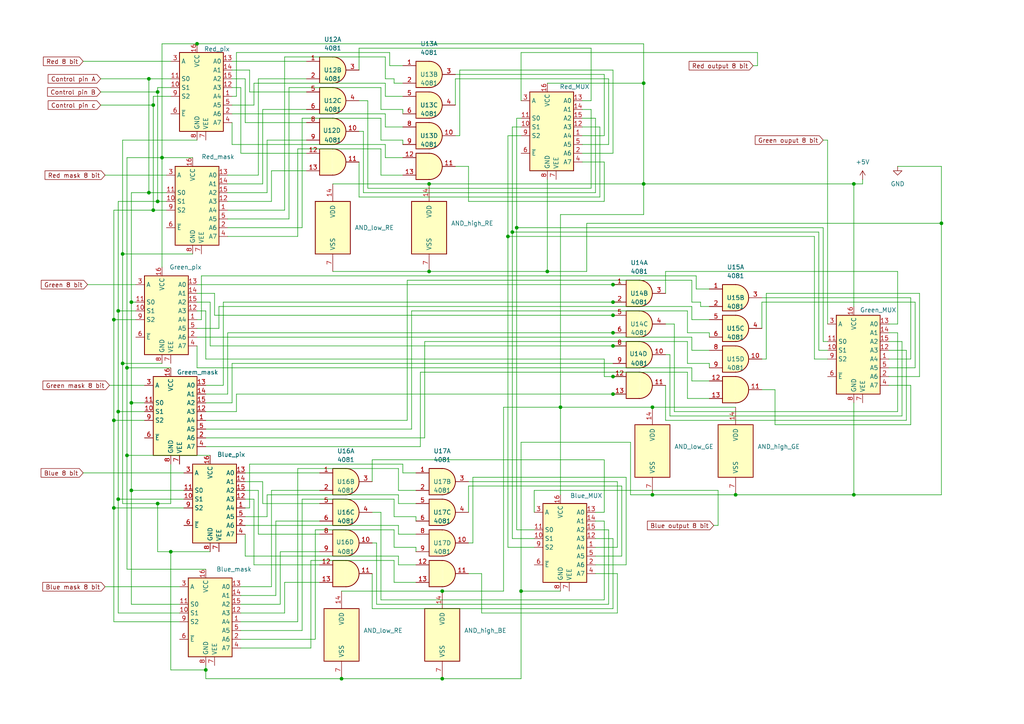
<source format=kicad_sch>
(kicad_sch (version 20250114) (generator "eeschema") (generator_version "9.0")
  (paper "A4")
  (lib_symbols
    (symbol "4xxx:4081" (pin_names (offset 1.016))
      (property "Reference" "U" (at 0 1.27 0))
      (property "Value" "4081" (at 0 -1.27 0))
      (symbol "4081_1_1"
        (arc (start 0 3.81) (mid 3.7934 0) (end 0 -3.81) (stroke (width 0.254)) (fill (type background)))
        (polyline (pts (xy 0 3.81) (xy -3.81 3.81) (xy -3.81 -3.81) (xy 0 -3.81)) (stroke (width 0.254)) (fill (type background)))
        (pin input line (at -7.62 2.54 0) (length 3.81) (name "~") (number "1"))
        (pin input line (at -7.62 -2.54 0) (length 3.81) (name "~") (number "2"))
        (pin output line (at 7.62 0 180) (length 3.81) (name "~") (number "3"))
      )
      (symbol "4081_1_2"
        (arc (start -3.81 3.81) (mid -2.589 0) (end -3.81 -3.81) (stroke (width 0.254)))
        (polyline (pts (xy -3.81 3.81) (xy -0.635 3.81)) (stroke (width 0.254)) (fill (type background)))
        (polyline (pts (xy -3.81 -3.81) (xy -0.635 -3.81)) (stroke (width 0.254)) (fill (type background)))
        (arc (start 3.81 0) (mid 2.1855 -2.584) (end -0.6096 -3.81) (stroke (width 0.254)) (fill (type background)))
        (arc (start -0.6096 3.81) (mid 2.1928 2.5924) (end 3.81 0) (stroke (width 0.254)) (fill (type background)))
        (polyline (pts (xy -0.635 3.81) (xy -3.81 3.81) (xy -3.81 3.81) (xy -3.556 3.4036) (xy -3.0226 2.2606) (xy -2.6924 1.0414) (xy -2.6162 -0.254) (xy -2.7686 -1.4986) (xy -3.175 -2.7178) (xy -3.81 -3.81) (xy -3.81 -3.81) (xy -0.635 -3.81)) (stroke (width -25.4)) (fill (type background)))
        (pin input inverted (at -7.62 2.54 0) (length 4.318) (name "~") (number "1"))
        (pin input inverted (at -7.62 -2.54 0) (length 4.318) (name "~") (number "2"))
        (pin output inverted (at 7.62 0 180) (length 3.81) (name "~") (number "3"))
      )
      (symbol "4081_2_1"
        (arc (start 0 3.81) (mid 3.7934 0) (end 0 -3.81) (stroke (width 0.254)) (fill (type background)))
        (polyline (pts (xy 0 3.81) (xy -3.81 3.81) (xy -3.81 -3.81) (xy 0 -3.81)) (stroke (width 0.254)) (fill (type background)))
        (pin input line (at -7.62 2.54 0) (length 3.81) (name "~") (number "5"))
        (pin input line (at -7.62 -2.54 0) (length 3.81) (name "~") (number "6"))
        (pin output line (at 7.62 0 180) (length 3.81) (name "~") (number "4"))
      )
      (symbol "4081_2_2"
        (arc (start -3.81 3.81) (mid -2.589 0) (end -3.81 -3.81) (stroke (width 0.254)))
        (polyline (pts (xy -3.81 3.81) (xy -0.635 3.81)) (stroke (width 0.254)) (fill (type background)))
        (polyline (pts (xy -3.81 -3.81) (xy -0.635 -3.81)) (stroke (width 0.254)) (fill (type background)))
        (arc (start 3.81 0) (mid 2.1855 -2.584) (end -0.6096 -3.81) (stroke (width 0.254)) (fill (type background)))
        (arc (start -0.6096 3.81) (mid 2.1928 2.5924) (end 3.81 0) (stroke (width 0.254)) (fill (type background)))
        (polyline (pts (xy -0.635 3.81) (xy -3.81 3.81) (xy -3.81 3.81) (xy -3.556 3.4036) (xy -3.0226 2.2606) (xy -2.6924 1.0414) (xy -2.6162 -0.254) (xy -2.7686 -1.4986) (xy -3.175 -2.7178) (xy -3.81 -3.81) (xy -3.81 -3.81) (xy -0.635 -3.81)) (stroke (width -25.4)) (fill (type background)))
        (pin input inverted (at -7.62 2.54 0) (length 4.318) (name "~") (number "5"))
        (pin input inverted (at -7.62 -2.54 0) (length 4.318) (name "~") (number "6"))
        (pin output inverted (at 7.62 0 180) (length 3.81) (name "~") (number "4"))
      )
      (symbol "4081_3_1"
        (arc (start 0 3.81) (mid 3.7934 0) (end 0 -3.81) (stroke (width 0.254)) (fill (type background)))
        (polyline (pts (xy 0 3.81) (xy -3.81 3.81) (xy -3.81 -3.81) (xy 0 -3.81)) (stroke (width 0.254)) (fill (type background)))
        (pin input line (at -7.62 2.54 0) (length 3.81) (name "~") (number "8"))
        (pin input line (at -7.62 -2.54 0) (length 3.81) (name "~") (number "9"))
        (pin output line (at 7.62 0 180) (length 3.81) (name "~") (number "10"))
      )
      (symbol "4081_3_2"
        (arc (start -3.81 3.81) (mid -2.589 0) (end -3.81 -3.81) (stroke (width 0.254)))
        (polyline (pts (xy -3.81 3.81) (xy -0.635 3.81)) (stroke (width 0.254)) (fill (type background)))
        (polyline (pts (xy -3.81 -3.81) (xy -0.635 -3.81)) (stroke (width 0.254)) (fill (type background)))
        (arc (start 3.81 0) (mid 2.1855 -2.584) (end -0.6096 -3.81) (stroke (width 0.254)) (fill (type background)))
        (arc (start -0.6096 3.81) (mid 2.1928 2.5924) (end 3.81 0) (stroke (width 0.254)) (fill (type background)))
        (polyline (pts (xy -0.635 3.81) (xy -3.81 3.81) (xy -3.81 3.81) (xy -3.556 3.4036) (xy -3.0226 2.2606) (xy -2.6924 1.0414) (xy -2.6162 -0.254) (xy -2.7686 -1.4986) (xy -3.175 -2.7178) (xy -3.81 -3.81) (xy -3.81 -3.81) (xy -0.635 -3.81)) (stroke (width -25.4)) (fill (type background)))
        (pin input inverted (at -7.62 2.54 0) (length 4.318) (name "~") (number "8"))
        (pin input inverted (at -7.62 -2.54 0) (length 4.318) (name "~") (number "9"))
        (pin output inverted (at 7.62 0 180) (length 3.81) (name "~") (number "10"))
      )
      (symbol "4081_4_1"
        (arc (start 0 3.81) (mid 3.7934 0) (end 0 -3.81) (stroke (width 0.254)) (fill (type background)))
        (polyline (pts (xy 0 3.81) (xy -3.81 3.81) (xy -3.81 -3.81) (xy 0 -3.81)) (stroke (width 0.254)) (fill (type background)))
        (pin input line (at -7.62 2.54 0) (length 3.81) (name "~") (number "12"))
        (pin input line (at -7.62 -2.54 0) (length 3.81) (name "~") (number "13"))
        (pin output line (at 7.62 0 180) (length 3.81) (name "~") (number "11"))
      )
      (symbol "4081_4_2"
        (arc (start -3.81 3.81) (mid -2.589 0) (end -3.81 -3.81) (stroke (width 0.254)))
        (polyline (pts (xy -3.81 3.81) (xy -0.635 3.81)) (stroke (width 0.254)) (fill (type background)))
        (polyline (pts (xy -3.81 -3.81) (xy -0.635 -3.81)) (stroke (width 0.254)) (fill (type background)))
        (arc (start 3.81 0) (mid 2.1855 -2.584) (end -0.6096 -3.81) (stroke (width 0.254)) (fill (type background)))
        (arc (start -0.6096 3.81) (mid 2.1928 2.5924) (end 3.81 0) (stroke (width 0.254)) (fill (type background)))
        (polyline (pts (xy -0.635 3.81) (xy -3.81 3.81) (xy -3.81 3.81) (xy -3.556 3.4036) (xy -3.0226 2.2606) (xy -2.6924 1.0414) (xy -2.6162 -0.254) (xy -2.7686 -1.4986) (xy -3.175 -2.7178) (xy -3.81 -3.81) (xy -3.81 -3.81) (xy -0.635 -3.81)) (stroke (width -25.4)) (fill (type background)))
        (pin input inverted (at -7.62 2.54 0) (length 4.318) (name "~") (number "12"))
        (pin input inverted (at -7.62 -2.54 0) (length 4.318) (name "~") (number "13"))
        (pin output inverted (at 7.62 0 180) (length 3.81) (name "~") (number "11"))
      )
      (symbol "4081_5_0"
        (pin power_in line (at 0 12.7 270) (length 5.08) (name "VDD") (number "14"))
        (pin power_in line (at 0 -12.7 90) (length 5.08) (name "VSS") (number "7"))
      )
      (symbol "4081_5_1"
        (rectangle (start -5.08 7.62) (end 5.08 -7.62) (stroke (width 0.254)) (fill (type background)))
      )
    )
    (symbol "74xx:74HC4051"
      (property "Reference" "U" (at -5.08 11.43 0))
      (property "Value" "74HC4051" (at -7.62 -13.97 0))
      (symbol "74HC4051_0_1"
        (rectangle (start -5.08 10.16) (end 7.62 -12.7) (stroke (width 0.254)) (fill (type background)))
      )
      (symbol "74HC4051_1_1"
        (pin passive line (at -7.62 7.62 0) (length 2.54) (name "A") (number "3"))
        (pin input line (at -7.62 2.54 0) (length 2.54) (name "S0") (number "11"))
        (pin input line (at -7.62 0 0) (length 2.54) (name "S1") (number "10"))
        (pin input line (at -7.62 -2.54 0) (length 2.54) (name "S2") (number "9"))
        (pin input line (at -7.62 -7.62 0) (length 2.54) (name "~{E}") (number "6"))
        (pin power_in line (at 0 12.7 270) (length 2.54) (name "VCC") (number "16"))
        (pin power_in line (at 0 -15.24 90) (length 2.54) (name "GND") (number "8"))
        (pin power_in line (at 2.54 -15.24 90) (length 2.54) (name "VEE") (number "7"))
        (pin passive line (at 10.16 7.62 180) (length 2.54) (name "A0") (number "13"))
        (pin passive line (at 10.16 5.08 180) (length 2.54) (name "A1") (number "14"))
        (pin passive line (at 10.16 2.54 180) (length 2.54) (name "A2") (number "15"))
        (pin passive line (at 10.16 0 180) (length 2.54) (name "A3") (number "12"))
        (pin passive line (at 10.16 -2.54 180) (length 2.54) (name "A4") (number "1"))
        (pin passive line (at 10.16 -5.08 180) (length 2.54) (name "A5") (number "5"))
        (pin passive line (at 10.16 -7.62 180) (length 2.54) (name "A6") (number "2"))
        (pin passive line (at 10.16 -10.16 180) (length 2.54) (name "A7") (number "4"))
      )
    )
    (symbol "power:+5V" (power) (pin_numbers (hide yes)) (pin_names (offset 0) (hide yes))
      (property "Value" "+5V" (at 0 3.556 0))
      (symbol "+5V_0_1"
        (polyline (pts (xy -0.762 1.27) (xy 0 2.54)))
        (polyline (pts (xy 0 2.54) (xy 0.762 1.27)))
        (polyline (pts (xy 0 0) (xy 0 2.54)))
      )
      (symbol "+5V_1_1"
        (pin power_in line (at 0 0 90) (length 0) (name "~") (number "1"))
      )
    )
    (symbol "power:GND" (power) (pin_numbers (hide yes)) (pin_names (offset 0) (hide yes))
      (property "Value" "GND" (at 0 -3.81 0))
      (symbol "GND_0_1"
        (polyline (pts (xy 0 0) (xy 0 -1.27) (xy 1.27 -1.27) (xy 0 -2.54) (xy -1.27 -1.27) (xy 0 -1.27)))
      )
      (symbol "GND_1_1"
        (pin power_in line (at 0 0 270) (length 0) (name "~") (number "1"))
      )
    )
  )
  (junction (at 177.8 82.55))
  (junction (at 177.8 114.3))
  (junction (at 36.83 132.08))
  (junction (at 43.18 55.88))
  (junction (at 59.69 194.31))
  (junction (at 148.59 67.31))
  (junction (at 45.72 26.67))
  (junction (at 33.02 121.92))
  (junction (at 273.05 64.77))
  (junction (at 34.29 119.38))
  (junction (at 177.8 109.22))
  (junction (at 35.56 73.66))
  (junction (at 124.46 53.34))
  (junction (at 186.69 53.34))
  (junction (at 38.1 142.24))
  (junction (at 46.99 45.72))
  (junction (at 57.15 12.7))
  (junction (at 128.27 171.45))
  (junction (at 44.45 60.96))
  (junction (at 177.8 91.44))
  (junction (at 177.8 87.63))
  (junction (at 189.23 143.51))
  (junction (at 33.02 92.71))
  (junction (at 147.32 68.58))
  (junction (at 247.65 143.51))
  (junction (at 43.18 22.86))
  (junction (at 177.8 100.33))
  (junction (at 247.65 53.34))
  (junction (at 45.72 146.05))
  (junction (at 149.86 66.04))
  (junction (at 33.02 147.32))
  (junction (at 45.72 58.42))
  (junction (at 99.06 196.85))
  (junction (at 158.75 78.74))
  (junction (at 186.69 24.13))
  (junction (at 189.23 118.11))
  (junction (at 36.83 106.68))
  (junction (at 151.13 171.45))
  (junction (at 177.8 96.52))
  (junction (at 124.46 78.74))
  (junction (at 44.45 30.48))
  (junction (at 35.56 105.41))
  (junction (at 38.1 87.63))
  (junction (at 162.56 118.11))
  (junction (at 38.1 116.84))
  (junction (at 213.36 143.51))
  (junction (at 49.53 160.02))
  (junction (at 34.29 144.78))
  (junction (at 34.29 90.17))
  (junction (at 128.27 196.85))
  (wire (pts (xy 199.39 115.57) (xy 205.74 115.57)))
  (wire (pts (xy 186.69 62.23) (xy 162.56 62.23)))
  (wire (pts (xy 177.8 82.55) (xy 180.34 82.55)))
  (wire (pts (xy 158.75 78.74) (xy 170.18 78.74)))
  (wire (pts (xy 72.39 26.67) (xy 72.39 20.32)))
  (wire (pts (xy 175.26 133.35) (xy 175.26 148.59)))
  (wire (pts (xy 67.31 35.56) (xy 67.31 41.91)))
  (wire (pts (xy 34.29 144.78) (xy 34.29 119.38)))
  (wire (pts (xy 104.14 46.99) (xy 104.14 57.15)))
  (wire (pts (xy 236.22 104.14) (xy 236.22 68.58)))
  (wire (pts (xy 106.68 29.21) (xy 106.68 54.61)))
  (wire (pts (xy 111.76 22.86) (xy 114.3 22.86)))
  (wire (pts (xy 107.95 166.37) (xy 107.95 176.53)))
  (wire (pts (xy 146.05 171.45) (xy 128.27 171.45)))
  (wire (pts (xy 59.69 127) (xy 123.19 127)))
  (wire (pts (xy 57.15 95.25) (xy 63.5 95.25)))
  (wire (pts (xy 175.26 148.59) (xy 172.72 148.59)))
  (wire (pts (xy 67.31 30.48) (xy 73.66 30.48)))
  (wire (pts (xy 220.98 87.63) (xy 265.43 87.63)))
  (wire (pts (xy 69.85 170.18) (xy 78.74 170.18)))
  (wire (pts (xy 177.8 20.32) (xy 177.8 44.45)))
  (wire (pts (xy 264.16 104.14) (xy 257.81 104.14)))
  (wire (pts (xy 57.15 90.17) (xy 59.69 90.17)))
  (wire (pts (xy 88.9 26.67) (xy 72.39 26.67)))
  (wire (pts (xy 46.99 12.7) (xy 57.15 12.7)))
  (wire (pts (xy 35.56 73.66) (xy 55.88 73.66)))
  (wire (pts (xy 45.72 160.02) (xy 45.72 146.05)))
  (wire (pts (xy 224.79 123.19) (xy 264.16 123.19)))
  (wire (pts (xy 69.85 175.26) (xy 81.28 175.26)))
  (wire (pts (xy 151.13 171.45) (xy 151.13 196.85)))
  (wire (pts (xy 128.27 196.85) (xy 99.06 196.85)))
  (wire (pts (xy 175.26 58.42) (xy 175.26 46.99)))
  (wire (pts (xy 111.76 24.13) (xy 111.76 27.94)))
  (wire (pts (xy 36.83 132.08) (xy 60.96 132.08)))
  (wire (pts (xy 121.92 107.95) (xy 199.39 107.95)))
  (wire (pts (xy 71.12 149.86) (xy 77.47 149.86)))
  (wire (pts (xy 33.02 121.92) (xy 41.91 121.92)))
  (wire (pts (xy 222.25 104.14) (xy 222.25 85.09)))
  (wire (pts (xy 115.57 152.4) (xy 115.57 154.94)))
  (wire (pts (xy 72.39 147.32) (xy 72.39 134.62)))
  (wire (pts (xy 45.72 26.67) (xy 45.72 25.4)))
  (wire (pts (xy 57.15 97.79) (xy 200.66 97.79)))
  (wire (pts (xy 69.85 25.4) (xy 69.85 44.45)))
  (wire (pts (xy 247.65 143.51) (xy 273.05 143.51)))
  (wire (pts (xy 171.45 13.97) (xy 171.45 29.21)))
  (wire (pts (xy 201.93 83.82) (xy 205.74 83.82)))
  (wire (pts (xy 200.66 81.28) (xy 200.66 87.63)))
  (wire (pts (xy 111.76 41.91) (xy 111.76 45.72)))
  (wire (pts (xy 107.95 148.59) (xy 110.49 148.59)))
  (wire (pts (xy 64.77 87.63) (xy 177.8 87.63)))
  (wire (pts (xy 238.76 99.06) (xy 240.03 99.06)))
  (wire (pts (xy 114.3 24.13) (xy 116.84 24.13)))
  (wire (pts (xy 132.08 48.26) (xy 135.89 48.26)))
  (wire (pts (xy 71.12 154.94) (xy 71.12 161.29)))
  (wire (pts (xy 182.88 143.51) (xy 182.88 128.27)))
  (wire (pts (xy 119.38 90.17) (xy 199.39 90.17)))
  (wire (pts (xy 199.39 96.52) (xy 205.74 96.52)))
  (wire (pts (xy 67.31 25.4) (xy 69.85 25.4)))
  (wire (pts (xy 71.12 139.7) (xy 76.2 139.7)))
  (wire (pts (xy 33.02 92.71) (xy 33.02 121.92)))
  (wire (pts (xy 44.45 27.94) (xy 49.53 27.94)))
  (wire (pts (xy 110.49 34.29) (xy 110.49 40.64)))
  (wire (pts (xy 71.12 152.4) (xy 115.57 152.4)))
  (wire (pts (xy 147.32 68.58) (xy 147.32 39.37)))
  (wire (pts (xy 175.26 151.13) (xy 172.72 151.13)))
  (wire (pts (xy 104.14 13.97) (xy 171.45 13.97)))
  (wire (pts (xy 162.56 118.11) (xy 146.05 118.11)))
  (wire (pts (xy 203.2 88.9) (xy 205.74 88.9)))
  (wire (pts (xy 132.08 30.48) (xy 132.08 22.86)))
  (wire (pts (xy 77.47 40.64) (xy 88.9 40.64)))
  (wire (pts (xy 49.53 146.05) (xy 45.72 146.05)))
  (wire (pts (xy 135.89 58.42) (xy 175.26 58.42)))
  (wire (pts (xy 139.7 166.37) (xy 139.7 177.8)))
  (wire (pts (xy 67.31 116.84) (xy 67.31 105.41)))
  (wire (pts (xy 71.12 22.86) (xy 67.31 22.86)))
  (wire (pts (xy 135.89 157.48) (xy 137.16 157.48)))
  (wire (pts (xy 83.82 63.5) (xy 83.82 25.4)))
  (wire (pts (xy 115.57 142.24) (xy 120.65 142.24)))
  (wire (pts (xy 107.95 176.53) (xy 177.8 176.53)))
  (wire (pts (xy 73.66 144.78) (xy 73.66 163.83)))
  (wire (pts (xy 273.05 48.26) (xy 260.35 48.26)))
  (wire (pts (xy 154.94 158.75) (xy 147.32 158.75)))
  (wire (pts (xy 76.2 146.05) (xy 76.2 139.7)))
  (wire (pts (xy 90.17 187.96) (xy 90.17 162.56)))
  (wire (pts (xy 116.84 40.64) (xy 116.84 41.91)))
  (wire (pts (xy 105.41 55.88) (xy 172.72 55.88)))
  (wire (pts (xy 68.58 15.24) (xy 113.03 15.24)))
  (wire (pts (xy 35.56 105.41) (xy 35.56 146.05)))
  (wire (pts (xy 59.69 196.85) (xy 99.06 196.85)))
  (wire (pts (xy 57.15 92.71) (xy 58.42 92.71)))
  (wire (pts (xy 193.04 102.87) (xy 194.31 102.87)))
  (wire (pts (xy 179.07 166.37) (xy 172.72 166.37)))
  (wire (pts (xy 66.04 55.88) (xy 77.47 55.88)))
  (wire (pts (xy 176.53 41.91) (xy 168.91 41.91)))
  (wire (pts (xy 193.04 121.92) (xy 262.89 121.92)))
  (wire (pts (xy 59.69 194.31) (xy 59.69 196.85)))
  (wire (pts (xy 74.93 154.94) (xy 92.71 154.94)))
  (wire (pts (xy 261.62 99.06) (xy 257.81 99.06)))
  (wire (pts (xy 177.8 114.3) (xy 180.34 114.3)))
  (wire (pts (xy 73.66 24.13) (xy 111.76 24.13)))
  (wire (pts (xy 194.31 102.87) (xy 194.31 120.65)))
  (wire (pts (xy 110.49 43.18) (xy 110.49 50.8)))
  (wire (pts (xy 114.3 162.56) (xy 114.3 168.91)))
  (wire (pts (xy 34.29 119.38) (xy 41.91 119.38)))
  (wire (pts (xy 57.15 82.55) (xy 177.8 82.55)))
  (wire (pts (xy 91.44 185.42) (xy 91.44 153.67)))
  (wire (pts (xy 147.32 158.75) (xy 147.32 68.58)))
  (wire (pts (xy 193.04 85.09) (xy 193.04 78.74)))
  (wire (pts (xy 49.53 194.31) (xy 59.69 194.31)))
  (wire (pts (xy 186.69 53.34) (xy 186.69 62.23)))
  (wire (pts (xy 33.02 147.32) (xy 33.02 180.34)))
  (wire (pts (xy 120.65 149.86) (xy 120.65 151.13)))
  (wire (pts (xy 237.49 101.6) (xy 240.03 101.6)))
  (wire (pts (xy 110.49 173.99) (xy 175.26 173.99)))
  (wire (pts (xy 205.74 96.52) (xy 205.74 97.79)))
  (wire (pts (xy 250.19 53.34) (xy 247.65 53.34)))
  (wire (pts (xy 170.18 64.77) (xy 273.05 64.77)))
  (wire (pts (xy 25.4 82.55) (xy 39.37 82.55)))
  (wire (pts (xy 43.18 55.88) (xy 48.26 55.88)))
  (wire (pts (xy 66.04 68.58) (xy 86.36 68.58)))
  (wire (pts (xy 266.7 109.22) (xy 257.81 109.22)))
  (wire (pts (xy 193.04 111.76) (xy 193.04 121.92)))
  (wire (pts (xy 151.13 171.45) (xy 162.56 171.45)))
  (wire (pts (xy 123.19 99.06) (xy 199.39 99.06)))
  (wire (pts (xy 116.84 137.16) (xy 120.65 137.16)))
  (wire (pts (xy 158.75 52.07) (xy 158.75 78.74)))
  (wire (pts (xy 135.89 148.59) (xy 135.89 140.97)))
  (wire (pts (xy 148.59 36.83) (xy 148.59 67.31)))
  (wire (pts (xy 64.77 111.76) (xy 64.77 87.63)))
  (wire (pts (xy 104.14 38.1) (xy 105.41 38.1)))
  (wire (pts (xy 82.55 168.91) (xy 92.71 168.91)))
  (wire (pts (xy 59.69 119.38) (xy 68.58 119.38)))
  (wire (pts (xy 240.03 40.64) (xy 240.03 93.98)))
  (wire (pts (xy 262.89 101.6) (xy 257.81 101.6)))
  (wire (pts (xy 264.16 86.36) (xy 264.16 104.14)))
  (wire (pts (xy 176.53 175.26) (xy 176.53 153.67)))
  (wire (pts (xy 201.93 80.01) (xy 201.93 83.82)))
  (wire (pts (xy 113.03 19.05) (xy 116.84 19.05)))
  (wire (pts (xy 105.41 38.1) (xy 105.41 55.88)))
  (wire (pts (xy 46.99 45.72) (xy 46.99 12.7)))
  (wire (pts (xy 44.45 30.48) (xy 44.45 27.94)))
  (wire (pts (xy 240.03 104.14) (xy 236.22 104.14)))
  (wire (pts (xy 82.55 16.51) (xy 111.76 16.51)))
  (wire (pts (xy 149.86 153.67) (xy 154.94 153.67)))
  (wire (pts (xy 111.76 33.02) (xy 111.76 36.83)))
  (wire (pts (xy 111.76 16.51) (xy 111.76 22.86)))
  (wire (pts (xy 177.8 91.44) (xy 62.23 91.44)))
  (wire (pts (xy 177.8 87.63) (xy 180.34 87.63)))
  (wire (pts (xy 59.69 111.76) (xy 64.77 111.76)))
  (wire (pts (xy 132.08 39.37) (xy 133.35 39.37)))
  (wire (pts (xy 35.56 105.41) (xy 35.56 73.66)))
  (wire (pts (xy 189.23 143.51) (xy 213.36 143.51)))
  (wire (pts (xy 224.79 113.03) (xy 224.79 123.19)))
  (wire (pts (xy 139.7 177.8) (xy 179.07 177.8)))
  (wire (pts (xy 96.52 53.34) (xy 124.46 53.34)))
  (wire (pts (xy 177.8 109.22) (xy 180.34 109.22)))
  (wire (pts (xy 36.83 45.72) (xy 36.83 106.68)))
  (wire (pts (xy 200.66 88.9) (xy 200.66 92.71)))
  (wire (pts (xy 46.99 105.41) (xy 35.56 105.41)))
  (wire (pts (xy 220.98 95.25) (xy 220.98 87.63)))
  (wire (pts (xy 52.07 177.8) (xy 34.29 177.8)))
  (wire (pts (xy 59.69 90.17) (xy 59.69 104.14)))
  (wire (pts (xy 87.63 34.29) (xy 110.49 34.29)))
  (wire (pts (xy 114.3 153.67) (xy 114.3 158.75)))
  (wire (pts (xy 186.69 24.13) (xy 158.75 24.13)))
  (wire (pts (xy 175.26 109.22) (xy 177.8 109.22)))
  (wire (pts (xy 110.49 31.75) (xy 116.84 31.75)))
  (wire (pts (xy 69.85 172.72) (xy 80.01 172.72)))
  (wire (pts (xy 199.39 90.17) (xy 199.39 96.52)))
  (wire (pts (xy 124.46 53.34) (xy 186.69 53.34)))
  (wire (pts (xy 35.56 146.05) (xy 45.72 146.05)))
  (wire (pts (xy 36.83 165.1) (xy 59.69 165.1)))
  (wire (pts (xy 33.02 60.96) (xy 33.02 92.71)))
  (wire (pts (xy 237.49 67.31) (xy 237.49 101.6)))
  (wire (pts (xy 69.85 187.96) (xy 90.17 187.96)))
  (wire (pts (xy 149.86 34.29) (xy 149.86 66.04)))
  (wire (pts (xy 58.42 80.01) (xy 201.93 80.01)))
  (wire (pts (xy 59.69 124.46) (xy 119.38 124.46)))
  (wire (pts (xy 213.36 143.51) (xy 247.65 143.51)))
  (wire (pts (xy 73.66 163.83) (xy 92.71 163.83)))
  (wire (pts (xy 69.85 44.45) (xy 88.9 44.45)))
  (wire (pts (xy 30.48 50.8) (xy 48.26 50.8)))
  (wire (pts (xy 170.18 78.74) (xy 170.18 64.77)))
  (wire (pts (xy 60.96 87.63) (xy 60.96 100.33)))
  (wire (pts (xy 124.46 78.74) (xy 158.75 78.74)))
  (wire (pts (xy 57.15 100.33) (xy 57.15 106.68)))
  (wire (pts (xy 208.28 142.24) (xy 208.28 152.4)))
  (wire (pts (xy 177.8 91.44) (xy 180.34 91.44)))
  (wire (pts (xy 33.02 180.34) (xy 52.07 180.34)))
  (wire (pts (xy 213.36 118.11) (xy 189.23 118.11)))
  (wire (pts (xy 35.56 40.64) (xy 57.15 40.64)))
  (wire (pts (xy 180.34 140.97) (xy 180.34 161.29)))
  (wire (pts (xy 109.22 175.26) (xy 176.53 175.26)))
  (wire (pts (xy 33.02 92.71) (xy 39.37 92.71)))
  (wire (pts (xy 104.14 29.21) (xy 106.68 29.21)))
  (wire (pts (xy 238.76 40.64) (xy 240.03 40.64)))
  (wire (pts (xy 177.8 44.45) (xy 168.91 44.45)))
  (wire (pts (xy 62.23 91.44) (xy 62.23 85.09)))
  (wire (pts (xy 177.8 96.52) (xy 180.34 96.52)))
  (wire (pts (xy 123.19 127) (xy 123.19 99.06)))
  (wire (pts (xy 49.53 160.02) (xy 60.96 160.02)))
  (wire (pts (xy 273.05 64.77) (xy 273.05 48.26)))
  (wire (pts (xy 38.1 116.84) (xy 38.1 87.63)))
  (wire (pts (xy 199.39 99.06) (xy 199.39 105.41)))
  (wire (pts (xy 133.35 20.32) (xy 177.8 20.32)))
  (wire (pts (xy 33.02 147.32) (xy 53.34 147.32)))
  (wire (pts (xy 59.69 121.92) (xy 118.11 121.92)))
  (wire (pts (xy 175.26 39.37) (xy 168.91 39.37)))
  (wire (pts (xy 114.3 168.91) (xy 120.65 168.91)))
  (wire (pts (xy 172.72 55.88) (xy 172.72 34.29)))
  (wire (pts (xy 220.98 113.03) (xy 224.79 113.03)))
  (wire (pts (xy 82.55 177.8) (xy 82.55 168.91)))
  (wire (pts (xy 186.69 24.13) (xy 186.69 12.7)))
  (wire (pts (xy 58.42 92.71) (xy 58.42 80.01)))
  (wire (pts (xy 31.75 111.76) (xy 41.91 111.76)))
  (wire (pts (xy 66.04 114.3) (xy 66.04 96.52)))
  (wire (pts (xy 74.93 142.24) (xy 74.93 154.94)))
  (wire (pts (xy 111.76 45.72) (xy 116.84 45.72)))
  (wire (pts (xy 86.36 180.34) (xy 86.36 135.89)))
  (wire (pts (xy 149.86 66.04) (xy 238.76 66.04)))
  (wire (pts (xy 176.53 153.67) (xy 172.72 153.67)))
  (wire (pts (xy 111.76 27.94) (xy 116.84 27.94)))
  (wire (pts (xy 80.01 172.72) (xy 80.01 151.13)))
  (wire (pts (xy 110.49 40.64) (xy 116.84 40.64)))
  (wire (pts (xy 69.85 177.8) (xy 82.55 177.8)))
  (wire (pts (xy 34.29 119.38) (xy 34.29 90.17)))
  (wire (pts (xy 118.11 81.28) (xy 200.66 81.28)))
  (wire (pts (xy 186.69 53.34) (xy 186.69 24.13)))
  (wire (pts (xy 66.04 60.96) (xy 82.55 60.96)))
  (wire (pts (xy 133.35 39.37) (xy 133.35 20.32)))
  (wire (pts (xy 171.45 31.75) (xy 168.91 31.75)))
  (wire (pts (xy 69.85 182.88) (xy 87.63 182.88)))
  (wire (pts (xy 162.56 118.11) (xy 189.23 118.11)))
  (wire (pts (xy 24.13 137.16) (xy 53.34 137.16)))
  (wire (pts (xy 29.21 26.67) (xy 45.72 26.67)))
  (wire (pts (xy 67.31 27.94) (xy 68.58 27.94)))
  (wire (pts (xy 176.53 22.86) (xy 176.53 41.91)))
  (wire (pts (xy 86.36 43.18) (xy 110.49 43.18)))
  (wire (pts (xy 43.18 55.88) (xy 38.1 55.88)))
  (wire (pts (xy 60.96 87.63) (xy 57.15 87.63)))
  (wire (pts (xy 63.5 88.9) (xy 200.66 88.9)))
  (wire (pts (xy 114.3 22.86) (xy 114.3 24.13)))
  (wire (pts (xy 132.08 22.86) (xy 176.53 22.86)))
  (wire (pts (xy 34.29 90.17) (xy 39.37 90.17)))
  (wire (pts (xy 86.36 68.58) (xy 86.36 43.18)))
  (wire (pts (xy 59.69 194.31) (xy 59.69 193.04)))
  (wire (pts (xy 49.53 146.05) (xy 49.53 134.62)))
  (wire (pts (xy 116.84 31.75) (xy 116.84 33.02)))
  (wire (pts (xy 247.65 116.84) (xy 247.65 143.51)))
  (wire (pts (xy 120.65 158.75) (xy 120.65 160.02)))
  (wire (pts (xy 264.16 123.19) (xy 264.16 111.76)))
  (wire (pts (xy 203.2 87.63) (xy 203.2 88.9)))
  (wire (pts (xy 38.1 55.88) (xy 38.1 87.63)))
  (wire (pts (xy 57.15 12.7) (xy 186.69 12.7)))
  (wire (pts (xy 151.13 15.24) (xy 219.71 15.24)))
  (wire (pts (xy 171.45 54.61) (xy 171.45 31.75)))
  (wire (pts (xy 43.18 22.86) (xy 49.53 22.86)))
  (wire (pts (xy 74.93 50.8) (xy 74.93 22.86)))
  (wire (pts (xy 59.69 116.84) (xy 67.31 116.84)))
  (wire (pts (xy 162.56 118.11) (xy 162.56 143.51)))
  (wire (pts (xy 260.35 78.74) (xy 260.35 93.98)))
  (wire (pts (xy 149.86 66.04) (xy 149.86 153.67)))
  (wire (pts (xy 76.2 53.34) (xy 76.2 31.75)))
  (wire (pts (xy 38.1 175.26) (xy 38.1 142.24)))
  (wire (pts (xy 116.84 134.62) (xy 116.84 137.16)))
  (wire (pts (xy 107.95 157.48) (xy 109.22 157.48)))
  (wire (pts (xy 67.31 17.78) (xy 88.9 17.78)))
  (wire (pts (xy 96.52 78.74) (xy 124.46 78.74)))
  (wire (pts (xy 115.57 146.05) (xy 120.65 146.05)))
  (wire (pts (xy 66.04 50.8) (xy 74.93 50.8)))
  (wire (pts (xy 45.72 26.67) (xy 45.72 58.42)))
  (wire (pts (xy 200.66 97.79) (xy 200.66 101.6)))
  (wire (pts (xy 121.92 129.54) (xy 121.92 107.95)))
  (wire (pts (xy 147.32 39.37) (xy 151.13 39.37)))
  (wire (pts (xy 110.49 25.4) (xy 110.49 31.75)))
  (wire (pts (xy 195.58 119.38) (xy 260.35 119.38)))
  (wire (pts (xy 266.7 85.09) (xy 266.7 109.22)))
  (wire (pts (xy 177.8 100.33) (xy 180.34 100.33)))
  (wire (pts (xy 238.76 66.04) (xy 238.76 99.06)))
  (wire (pts (xy 195.58 93.98) (xy 195.58 119.38)))
  (wire (pts (xy 219.71 19.05) (xy 219.71 15.24)))
  (wire (pts (xy 33.02 121.92) (xy 33.02 147.32)))
  (wire (pts (xy 78.74 170.18) (xy 78.74 142.24)))
  (wire (pts (xy 119.38 124.46) (xy 119.38 90.17)))
  (wire (pts (xy 193.04 78.74) (xy 260.35 78.74)))
  (wire (pts (xy 205.74 105.41) (xy 205.74 106.68)))
  (wire (pts (xy 45.72 58.42) (xy 48.26 58.42)))
  (wire (pts (xy 71.12 137.16) (xy 92.71 137.16)))
  (wire (pts (xy 173.99 36.83) (xy 168.91 36.83)))
  (wire (pts (xy 38.1 116.84) (xy 38.1 142.24)))
  (wire (pts (xy 77.47 149.86) (xy 77.47 143.51)))
  (wire (pts (xy 154.94 148.59) (xy 154.94 142.24)))
  (wire (pts (xy 110.49 148.59) (xy 110.49 173.99)))
  (wire (pts (xy 260.35 119.38) (xy 260.35 96.52)))
  (wire (pts (xy 83.82 25.4) (xy 110.49 25.4)))
  (wire (pts (xy 179.07 158.75) (xy 172.72 158.75)))
  (wire (pts (xy 78.74 58.42) (xy 78.74 49.53)))
  (wire (pts (xy 179.07 177.8) (xy 179.07 166.37)))
  (wire (pts (xy 181.61 163.83) (xy 172.72 163.83)))
  (wire (pts (xy 135.89 166.37) (xy 139.7 166.37)))
  (wire (pts (xy 36.83 106.68) (xy 36.83 132.08)))
  (wire (pts (xy 175.26 104.14) (xy 175.26 109.22)))
  (wire (pts (xy 151.13 29.21) (xy 151.13 15.24)))
  (wire (pts (xy 114.3 149.86) (xy 120.65 149.86)))
  (wire (pts (xy 86.36 135.89) (xy 115.57 135.89)))
  (wire (pts (xy 66.04 58.42) (xy 78.74 58.42)))
  (wire (pts (xy 30.48 170.18) (xy 52.07 170.18)))
  (wire (pts (xy 34.29 177.8) (xy 34.29 144.78)))
  (wire (pts (xy 29.21 30.48) (xy 44.45 30.48)))
  (wire (pts (xy 57.15 106.68) (xy 200.66 106.68)))
  (wire (pts (xy 82.55 60.96) (xy 82.55 16.51)))
  (wire (pts (xy 260.35 93.98) (xy 257.81 93.98)))
  (wire (pts (xy 113.03 15.24) (xy 113.03 19.05)))
  (wire (pts (xy 46.99 45.72) (xy 55.88 45.72)))
  (wire (pts (xy 24.13 17.78) (xy 49.53 17.78)))
  (wire (pts (xy 77.47 55.88) (xy 77.47 40.64)))
  (wire (pts (xy 66.04 66.04) (xy 87.63 66.04)))
  (wire (pts (xy 44.45 60.96) (xy 48.26 60.96)))
  (wire (pts (xy 104.14 20.32) (xy 104.14 13.97)))
  (wire (pts (xy 179.07 139.7) (xy 179.07 158.75)))
  (wire (pts (xy 175.26 46.99) (xy 168.91 46.99)))
  (wire (pts (xy 68.58 114.3) (xy 177.8 114.3)))
  (wire (pts (xy 265.43 87.63) (xy 265.43 106.68)))
  (wire (pts (xy 34.29 58.42) (xy 34.29 90.17)))
  (wire (pts (xy 71.12 144.78) (xy 73.66 144.78)))
  (wire (pts (xy 199.39 107.95) (xy 199.39 115.57)))
  (wire (pts (xy 46.99 45.72) (xy 36.83 45.72)))
  (wire (pts (xy 74.93 142.24) (xy 71.12 142.24)))
  (wire (pts (xy 29.21 22.86) (xy 43.18 22.86)))
  (wire (pts (xy 52.07 175.26) (xy 38.1 175.26)))
  (wire (pts (xy 148.59 67.31) (xy 148.59 156.21)))
  (wire (pts (xy 36.83 132.08) (xy 36.83 165.1)))
  (wire (pts (xy 135.89 139.7) (xy 179.07 139.7)))
  (wire (pts (xy 44.45 60.96) (xy 33.02 60.96)))
  (wire (pts (xy 261.62 120.65) (xy 261.62 99.06)))
  (wire (pts (xy 67.31 20.32) (xy 72.39 20.32)))
  (wire (pts (xy 69.85 180.34) (xy 86.36 180.34)))
  (wire (pts (xy 151.13 34.29) (xy 149.86 34.29)))
  (wire (pts (xy 66.04 63.5) (xy 83.82 63.5)))
  (wire (pts (xy 63.5 88.9) (xy 63.5 95.25)))
  (wire (pts (xy 115.57 135.89) (xy 115.57 142.24)))
  (wire (pts (xy 81.28 160.02) (xy 92.71 160.02)))
  (wire (pts (xy 43.18 22.86) (xy 43.18 55.88)))
  (wire (pts (xy 264.16 111.76) (xy 257.81 111.76)))
  (wire (pts (xy 71.12 147.32) (xy 72.39 147.32)))
  (wire (pts (xy 59.69 104.14) (xy 175.26 104.14)))
  (wire (pts (xy 262.89 121.92) (xy 262.89 101.6)))
  (wire (pts (xy 200.66 87.63) (xy 203.2 87.63)))
  (wire (pts (xy 45.72 25.4) (xy 49.53 25.4)))
  (wire (pts (xy 74.93 22.86) (xy 88.9 22.86)))
  (wire (pts (xy 66.04 96.52) (xy 177.8 96.52)))
  (wire (pts (xy 193.04 93.98) (xy 195.58 93.98)))
  (wire (pts (xy 220.98 86.36) (xy 264.16 86.36)))
  (wire (pts (xy 135.89 140.97) (xy 180.34 140.97)))
  (wire (pts (xy 194.31 120.65) (xy 261.62 120.65)))
  (wire (pts (xy 200.66 92.71) (xy 205.74 92.71)))
  (wire (pts (xy 148.59 67.31) (xy 237.49 67.31)))
  (wire (pts (xy 199.39 105.41) (xy 205.74 105.41)))
  (wire (pts (xy 182.88 128.27) (xy 151.13 128.27)))
  (wire (pts (xy 60.96 100.33) (xy 177.8 100.33)))
  (wire (pts (xy 34.29 144.78) (xy 53.34 144.78)))
  (wire (pts (xy 49.53 160.02) (xy 49.53 194.31)))
  (wire (pts (xy 107.95 139.7) (xy 107.95 133.35)))
  (wire (pts (xy 111.76 36.83) (xy 116.84 36.83)))
  (wire (pts (xy 90.17 162.56) (xy 114.3 162.56)))
  (wire (pts (xy 236.22 68.58) (xy 147.32 68.58)))
  (wire (pts (xy 104.14 57.15) (xy 173.99 57.15)))
  (wire (pts (xy 175.26 173.99) (xy 175.26 151.13)))
  (wire (pts (xy 92.71 146.05) (xy 76.2 146.05)))
  (wire (pts (xy 151.13 196.85) (xy 128.27 196.85)))
  (wire (pts (xy 72.39 134.62) (xy 116.84 134.62)))
  (wire (pts (xy 171.45 29.21) (xy 168.91 29.21)))
  (wire (pts (xy 132.08 21.59) (xy 175.26 21.59)))
  (wire (pts (xy 45.72 58.42) (xy 34.29 58.42)))
  (wire (pts (xy 87.63 182.88) (xy 87.63 144.78)))
  (wire (pts (xy 180.34 161.29) (xy 172.72 161.29)))
  (wire (pts (xy 114.3 144.78) (xy 114.3 149.86)))
  (wire (pts (xy 78.74 49.53) (xy 88.9 49.53)))
  (wire (pts (xy 67.31 41.91) (xy 111.76 41.91)))
  (wire (pts (xy 115.57 143.51) (xy 115.57 146.05)))
  (wire (pts (xy 68.58 27.94) (xy 68.58 15.24)))
  (wire (pts (xy 35.56 73.66) (xy 35.56 40.64)))
  (wire (pts (xy 99.06 171.45) (xy 128.27 171.45)))
  (wire (pts (xy 36.83 106.68) (xy 49.53 106.68)))
  (wire (pts (xy 66.04 53.34) (xy 76.2 53.34)))
  (wire (pts (xy 44.45 30.48) (xy 44.45 60.96)))
  (wire (pts (xy 81.28 175.26) (xy 81.28 160.02)))
  (wire (pts (xy 57.15 85.09) (xy 62.23 85.09)))
  (wire (pts (xy 162.56 62.23) (xy 162.56 118.11)))
  (wire (pts (xy 87.63 66.04) (xy 87.63 34.29)))
  (wire (pts (xy 146.05 118.11) (xy 146.05 171.45)))
  (wire (pts (xy 247.65 53.34) (xy 186.69 53.34)))
  (wire (pts (xy 41.91 116.84) (xy 38.1 116.84)))
  (wire (pts (xy 78.74 142.24) (xy 92.71 142.24)))
  (wire (pts (xy 154.94 142.24) (xy 208.28 142.24)))
  (wire (pts (xy 49.53 160.02) (xy 45.72 160.02)))
  (wire (pts (xy 68.58 114.3) (xy 68.58 119.38)))
  (wire (pts (xy 38.1 87.63) (xy 39.37 87.63)))
  (wire (pts (xy 71.12 35.56) (xy 88.9 35.56)))
  (wire (pts (xy 115.57 163.83) (xy 120.65 163.83)))
  (wire (pts (xy 200.66 106.68) (xy 200.66 110.49)))
  (wire (pts (xy 67.31 105.41) (xy 177.8 105.41)))
  (wire (pts (xy 67.31 33.02) (xy 111.76 33.02)))
  (wire (pts (xy 151.13 36.83) (xy 148.59 36.83)))
  (wire (pts (xy 260.35 96.52) (xy 257.81 96.52)))
  (wire (pts (xy 222.25 85.09) (xy 266.7 85.09)))
  (wire (pts (xy 137.16 157.48) (xy 137.16 138.43)))
  (wire (pts (xy 69.85 185.42) (xy 91.44 185.42)))
  (wire (pts (xy 71.12 161.29) (xy 115.57 161.29)))
  (wire (pts (xy 220.98 104.14) (xy 222.25 104.14)))
  (wire (pts (xy 114.3 158.75) (xy 120.65 158.75)))
  (wire (pts (xy 181.61 138.43) (xy 181.61 163.83)))
  (wire (pts (xy 118.11 121.92) (xy 118.11 81.28)))
  (wire (pts (xy 59.69 114.3) (xy 66.04 114.3)))
  (wire (pts (xy 177.8 156.21) (xy 172.72 156.21)))
  (wire (pts (xy 173.99 57.15) (xy 173.99 36.83)))
  (wire (pts (xy 115.57 161.29) (xy 115.57 163.83)))
  (wire (pts (xy 200.66 101.6) (xy 205.74 101.6)))
  (wire (pts (xy 135.89 48.26) (xy 135.89 58.42)))
  (wire (pts (xy 59.69 129.54) (xy 121.92 129.54)))
  (wire (pts (xy 109.22 157.48) (xy 109.22 175.26)))
  (wire (pts (xy 247.65 53.34) (xy 247.65 88.9)))
  (wire (pts (xy 250.19 53.34) (xy 250.19 52.07)))
  (wire (pts (xy 80.01 151.13) (xy 92.71 151.13)))
  (wire (pts (xy 107.95 133.35) (xy 175.26 133.35)))
  (wire (pts (xy 200.66 110.49) (xy 205.74 110.49)))
  (wire (pts (xy 73.66 30.48) (xy 73.66 24.13)))
  (wire (pts (xy 137.16 138.43) (xy 181.61 138.43)))
  (wire (pts (xy 77.47 143.51) (xy 115.57 143.51)))
  (wire (pts (xy 172.72 34.29) (xy 168.91 34.29)))
  (wire (pts (xy 46.99 45.72) (xy 46.99 77.47)))
  (wire (pts (xy 177.8 176.53) (xy 177.8 156.21)))
  (wire (pts (xy 106.68 54.61) (xy 171.45 54.61)))
  (wire (pts (xy 189.23 143.51) (xy 182.88 143.51)))
  (wire (pts (xy 265.43 106.68) (xy 257.81 106.68)))
  (wire (pts (xy 91.44 153.67) (xy 114.3 153.67)))
  (wire (pts (xy 76.2 31.75) (xy 88.9 31.75)))
  (wire (pts (xy 208.28 152.4) (xy 207.01 152.4)))
  (wire (pts (xy 175.26 21.59) (xy 175.26 39.37)))
  (wire (pts (xy 38.1 142.24) (xy 53.34 142.24)))
  (wire (pts (xy 218.44 19.05) (xy 219.71 19.05)))
  (wire (pts (xy 115.57 154.94) (xy 120.65 154.94)))
  (wire (pts (xy 151.13 128.27) (xy 151.13 171.45)))
  (wire (pts (xy 148.59 156.21) (xy 154.94 156.21)))
  (wire (pts (xy 71.12 22.86) (xy 71.12 35.56)))
  (wire (pts (xy 273.05 143.51) (xy 273.05 64.77)))
  (wire (pts (xy 110.49 50.8) (xy 116.84 50.8)))
  (wire (pts (xy 87.63 144.78) (xy 114.3 144.78)))
  (global_label "Blue output 8 bit" (shape input) (at 207.01 152.4 180) (property "Intersheetrefs" "${INTERSHEET_REFS}" (effects (hide yes))))
  (global_label "Control pin B" (shape input) (at 29.21 26.67 180) (property "Intersheetrefs" "${INTERSHEET_REFS}" (effects (hide yes))))
  (global_label "Control pin c" (shape input) (at 29.21 30.48 180) (property "Intersheetrefs" "${INTERSHEET_REFS}" (effects (hide yes))))
  (global_label "Blue mask 8 bit" (shape input) (at 30.48 170.18 180) (property "Intersheetrefs" "${INTERSHEET_REFS}" (effects (hide yes))))
  (global_label "Control pin A" (shape input) (at 29.21 22.86 180) (property "Intersheetrefs" "${INTERSHEET_REFS}" (effects (hide yes))))
  (global_label "Red output 8 bit" (shape input) (at 218.44 19.05 180) (property "Intersheetrefs" "${INTERSHEET_REFS}" (effects (hide yes))))
  (global_label "Red 8 bit" (shape input) (at 24.13 17.78 180) (property "Intersheetrefs" "${INTERSHEET_REFS}" (effects (hide yes))))
  (global_label "Blue 8 bit" (shape input) (at 24.13 137.16 180) (property "Intersheetrefs" "${INTERSHEET_REFS}" (effects (hide yes))))
  (global_label "Green 8 bit" (shape input) (at 25.4 82.55 180) (property "Intersheetrefs" "${INTERSHEET_REFS}" (effects (hide yes))))
  (global_label "Green mask 8 bit" (shape input) (at 31.75 111.76 180) (property "Intersheetrefs" "${INTERSHEET_REFS}" (effects (hide yes))))
  (global_label "Green ouput 8 bit" (shape input) (at 238.76 40.64 180) (property "Intersheetrefs" "${INTERSHEET_REFS}" (effects (hide yes))))
  (global_label "Red mask 8 bit" (shape input) (at 30.48 50.8 180) (property "Intersheetrefs" "${INTERSHEET_REFS}" (effects (hide yes))))
  (symbol (lib_id "4xxx:4081") (at 124.46 21.59 0) (unit 1)
    (property "Reference" "U13" (at 124.4517 12.7 0))
    (property "Value" "4081" (at 124.4517 15.24 0))
    (property "Datasheet" "http://www.intersil.com/content/dam/Intersil/documents/cd40/cd4073bms-81bms-82bms.pdf" (effects (hide yes)))
    (property "Description" "Quad And 2 inputs" (effects (hide yes)))
  )
  (symbol (lib_id "74xx:74HC4051") (at 49.53 119.38 0) (unit 1)
    (property "Reference" "Greem_mask" (at 51.308 107.95 0) (effects (justify left)))
    (property "Value" "74HC4051" (effects (hide yes)))
    (property "Datasheet" "http://www.ti.com/lit/ds/symlink/cd74hc4051.pdf" (effects (hide yes)))
    (property "Description" "8-channel analog multiplexer/demultiplexer, DIP-16/SOIC-16/TSSOP-16" (effects (hide yes)))
  )
  (symbol (lib_id "4xxx:4081") (at 213.36 130.81 0) (unit 5)
    (property "Reference" "AND_high_G" (at 219.71 129.5399 0) (effects (justify left)))
    (property "Value" "4081" (effects (hide yes)))
    (property "Datasheet" "http://www.intersil.com/content/dam/Intersil/documents/cd40/cd4073bms-81bms-82bms.pdf" (effects (hide yes)))
    (property "Description" "Quad And 2 inputs" (effects (hide yes)))
  )
  (symbol (lib_id "4xxx:4081") (at 185.42 111.76 0) (unit 4)
    (property "Reference" "U14" (at 185.166 102.616 0))
    (property "Value" "4081" (at 185.4117 105.41 0))
    (property "Datasheet" "http://www.intersil.com/content/dam/Intersil/documents/cd40/cd4073bms-81bms-82bms.pdf" (effects (hide yes)))
    (property "Description" "Quad And 2 inputs" (effects (hide yes)))
  )
  (symbol (lib_id "4xxx:4081") (at 128.27 157.48 0) (unit 3)
    (property "Reference" "U17" (at 128.2617 148.59 0))
    (property "Value" "4081" (at 128.2617 151.13 0))
    (property "Datasheet" "http://www.intersil.com/content/dam/Intersil/documents/cd40/cd4073bms-81bms-82bms.pdf" (effects (hide yes)))
    (property "Description" "Quad And 2 inputs" (effects (hide yes)))
  )
  (symbol (lib_id "4xxx:4081") (at 128.27 166.37 0) (unit 4)
    (property "Reference" "U17" (at 128.2617 157.48 0))
    (property "Value" "4081" (at 128.2617 160.02 0))
    (property "Datasheet" "http://www.intersil.com/content/dam/Intersil/documents/cd40/cd4073bms-81bms-82bms.pdf" (effects (hide yes)))
    (property "Description" "Quad And 2 inputs" (effects (hide yes)))
  )
  (symbol (lib_id "74xx:74HC4051") (at 158.75 36.83 0) (unit 1)
    (property "Reference" "Red_MUX" (at 162.306 25.146 0) (effects (justify left)))
    (property "Value" "74HC4051" (effects (hide yes)))
    (property "Datasheet" "http://www.ti.com/lit/ds/symlink/cd74hc4051.pdf" (effects (hide yes)))
    (property "Description" "8-channel analog multiplexer/demultiplexer, DIP-16/SOIC-16/TSSOP-16" (effects (hide yes)))
  )
  (symbol (lib_id "74xx:74HC4051") (at 57.15 25.4 0) (unit 1)
    (property "Reference" "Red_pix" (at 59.182 14.224 0) (effects (justify left)))
    (property "Value" "74HC4051" (effects (hide yes)))
    (property "Datasheet" "http://www.ti.com/lit/ds/symlink/cd74hc4051.pdf" (effects (hide yes)))
    (property "Description" "8-channel analog multiplexer/demultiplexer, DIP-16/SOIC-16/TSSOP-16" (effects (hide yes)))
  )
  (symbol (lib_id "74xx:74HC4051") (at 55.88 58.42 0) (unit 1)
    (property "Reference" "Red_mask" (at 58.42 45.466 0) (effects (justify left)))
    (property "Value" "74HC4051" (effects (hide yes)))
    (property "Datasheet" "http://www.ti.com/lit/ds/symlink/cd74hc4051.pdf" (effects (hide yes)))
    (property "Description" "8-channel analog multiplexer/demultiplexer, DIP-16/SOIC-16/TSSOP-16" (effects (hide yes)))
  )
  (symbol (lib_id "4xxx:4081") (at 213.36 104.14 0) (unit 3)
    (property "Reference" "U15" (at 213.3517 95.25 0))
    (property "Value" "4081" (at 213.3517 97.79 0))
    (property "Datasheet" "http://www.intersil.com/content/dam/Intersil/documents/cd40/cd4073bms-81bms-82bms.pdf" (effects (hide yes)))
    (property "Description" "Quad And 2 inputs" (effects (hide yes)))
  )
  (symbol (lib_id "4xxx:4081") (at 100.33 139.7 0) (unit 1)
    (property "Reference" "U16" (at 100.3217 130.81 0))
    (property "Value" "4081" (at 100.3217 133.35 0))
    (property "Datasheet" "http://www.intersil.com/content/dam/Intersil/documents/cd40/cd4073bms-81bms-82bms.pdf" (effects (hide yes)))
    (property "Description" "Quad And 2 inputs" (effects (hide yes)))
  )
  (symbol (lib_id "4xxx:4081") (at 213.36 113.03 0) (unit 4)
    (property "Reference" "U15" (at 213.3517 104.14 0))
    (property "Value" "4081" (at 213.3517 106.68 0))
    (property "Datasheet" "http://www.intersil.com/content/dam/Intersil/documents/cd40/cd4073bms-81bms-82bms.pdf" (effects (hide yes)))
    (property "Description" "Quad And 2 inputs" (effects (hide yes)))
  )
  (symbol (lib_id "4xxx:4081") (at 124.46 30.48 0) (unit 2)
    (property "Reference" "U13" (at 124.4517 21.59 0))
    (property "Value" "4081" (at 124.4517 24.13 0))
    (property "Datasheet" "http://www.intersil.com/content/dam/Intersil/documents/cd40/cd4073bms-81bms-82bms.pdf" (effects (hide yes)))
    (property "Description" "Quad And 2 inputs" (effects (hide yes)))
  )
  (symbol (lib_id "4xxx:4081") (at 189.23 130.81 0) (unit 5)
    (property "Reference" "AND_low_G" (at 195.58 129.5399 0) (effects (justify left)))
    (property "Value" "4081" (effects (hide yes)))
    (property "Datasheet" "http://www.intersil.com/content/dam/Intersil/documents/cd40/cd4073bms-81bms-82bms.pdf" (effects (hide yes)))
    (property "Description" "Quad And 2 inputs" (effects (hide yes)))
  )
  (symbol (lib_id "4xxx:4081") (at 100.33 166.37 0) (unit 4)
    (property "Reference" "U16" (at 100.076 157.226 0))
    (property "Value" "4081" (at 100.3217 160.02 0))
    (property "Datasheet" "http://www.intersil.com/content/dam/Intersil/documents/cd40/cd4073bms-81bms-82bms.pdf" (effects (hide yes)))
    (property "Description" "Quad And 2 inputs" (effects (hide yes)))
  )
  (symbol (lib_id "4xxx:4081") (at 124.46 39.37 0) (unit 3)
    (property "Reference" "U13" (at 124.4517 30.48 0))
    (property "Value" "4081" (at 124.4517 33.02 0))
    (property "Datasheet" "http://www.intersil.com/content/dam/Intersil/documents/cd40/cd4073bms-81bms-82bms.pdf" (effects (hide yes)))
    (property "Description" "Quad And 2 inputs" (effects (hide yes)))
  )
  (symbol (lib_id "4xxx:4081") (at 96.52 38.1 0) (unit 3)
    (property "Reference" "U12" (at 96.5117 29.21 0))
    (property "Value" "4081" (at 96.5117 31.75 0))
    (property "Datasheet" "http://www.intersil.com/content/dam/Intersil/documents/cd40/cd4073bms-81bms-82bms.pdf" (effects (hide yes)))
    (property "Description" "Quad And 2 inputs" (effects (hide yes)))
  )
  (symbol (lib_id "74xx:74HC4051") (at 60.96 144.78 0) (unit 1)
    (property "Reference" "Blue_pix" (at 62.992 131.826 0) (effects (justify left)))
    (property "Value" "74HC4051" (effects (hide yes)))
    (property "Datasheet" "http://www.ti.com/lit/ds/symlink/cd74hc4051.pdf" (effects (hide yes)))
    (property "Description" "8-channel analog multiplexer/demultiplexer, DIP-16/SOIC-16/TSSOP-16" (effects (hide yes)))
  )
  (symbol (lib_id "4xxx:4081") (at 99.06 184.15 0) (unit 5)
    (property "Reference" "AND_low_R" (at 105.41 182.8799 0) (effects (justify left)))
    (property "Value" "4081" (effects (hide yes)))
    (property "Datasheet" "http://www.intersil.com/content/dam/Intersil/documents/cd40/cd4073bms-81bms-82bms.pdf" (effects (hide yes)))
    (property "Description" "Quad And 2 inputs" (effects (hide yes)))
  )
  (symbol (lib_id "power:GND") (at 260.35 48.26 0) (unit 1)
    (property "Reference" "#PWR01" (effects (hide yes)))
    (property "Value" "GND" (at 260.35 53.34 0))
    (property "Description" "Power symbol creates a global label with name \"GND\" , ground" (effects (hide yes)))
  )
  (symbol (lib_id "4xxx:4081") (at 213.36 86.36 0) (unit 1)
    (property "Reference" "U15" (at 213.3517 77.47 0))
    (property "Value" "4081" (at 213.3517 80.01 0))
    (property "Datasheet" "http://www.intersil.com/content/dam/Intersil/documents/cd40/cd4073bms-81bms-82bms.pdf" (effects (hide yes)))
    (property "Description" "Quad And 2 inputs" (effects (hide yes)))
  )
  (symbol (lib_id "4xxx:4081") (at 100.33 157.48 0) (unit 3)
    (property "Reference" "U16" (at 100.3217 148.59 0))
    (property "Value" "4081" (at 100.3217 151.13 0))
    (property "Datasheet" "http://www.intersil.com/content/dam/Intersil/documents/cd40/cd4073bms-81bms-82bms.pdf" (effects (hide yes)))
    (property "Description" "Quad And 2 inputs" (effects (hide yes)))
  )
  (symbol (lib_id "4xxx:4081") (at 124.46 48.26 0) (unit 4)
    (property "Reference" "U13" (at 124.4517 39.37 0))
    (property "Value" "4081" (at 124.4517 41.91 0))
    (property "Datasheet" "http://www.intersil.com/content/dam/Intersil/documents/cd40/cd4073bms-81bms-82bms.pdf" (effects (hide yes)))
    (property "Description" "Quad And 2 inputs" (effects (hide yes)))
  )
  (symbol (lib_id "4xxx:4081") (at 213.36 95.25 0) (unit 2)
    (property "Reference" "U15" (at 213.3517 86.36 0))
    (property "Value" "4081" (at 213.3517 88.9 0))
    (property "Datasheet" "http://www.intersil.com/content/dam/Intersil/documents/cd40/cd4073bms-81bms-82bms.pdf" (effects (hide yes)))
    (property "Description" "Quad And 2 inputs" (effects (hide yes)))
  )
  (symbol (lib_id "74xx:74HC4051") (at 46.99 90.17 0) (unit 1)
    (property "Reference" "Green_pix" (at 49.1333 77.47 0) (effects (justify left)))
    (property "Value" "74HC4051" (effects (hide yes)))
    (property "Datasheet" "http://www.ti.com/lit/ds/symlink/cd74hc4051.pdf" (effects (hide yes)))
    (property "Description" "8-channel analog multiplexer/demultiplexer, DIP-16/SOIC-16/TSSOP-16" (effects (hide yes)))
  )
  (symbol (lib_id "4xxx:4081") (at 100.33 148.59 0) (unit 2)
    (property "Reference" "U16" (at 100.3217 139.7 0))
    (property "Value" "4081" (at 100.3217 142.24 0))
    (property "Datasheet" "http://www.intersil.com/content/dam/Intersil/documents/cd40/cd4073bms-81bms-82bms.pdf" (effects (hide yes)))
    (property "Description" "Quad And 2 inputs" (effects (hide yes)))
  )
  (symbol (lib_id "4xxx:4081") (at 124.46 66.04 0) (unit 5)
    (property "Reference" "AND_high_R" (at 130.81 64.7699 0) (effects (justify left)))
    (property "Value" "4081" (effects (hide yes)))
    (property "Datasheet" "http://www.intersil.com/content/dam/Intersil/documents/cd40/cd4073bms-81bms-82bms.pdf" (effects (hide yes)))
    (property "Description" "Quad And 2 inputs" (effects (hide yes)))
  )
  (symbol (lib_id "74xx:74HC4051") (at 247.65 101.6 0) (unit 1)
    (property "Reference" "Green_MUX" (at 249.428 89.916 0) (effects (justify left)))
    (property "Value" "74HC4051" (effects (hide yes)))
    (property "Datasheet" "http://www.ti.com/lit/ds/symlink/cd74hc4051.pdf" (effects (hide yes)))
    (property "Description" "8-channel analog multiplexer/demultiplexer, DIP-16/SOIC-16/TSSOP-16" (effects (hide yes)))
  )
  (symbol (lib_id "4xxx:4081") (at 128.27 139.7 0) (unit 1)
    (property "Reference" "U17" (at 128.2617 130.81 0))
    (property "Value" "4081" (at 128.2617 133.35 0))
    (property "Datasheet" "http://www.intersil.com/content/dam/Intersil/documents/cd40/cd4073bms-81bms-82bms.pdf" (effects (hide yes)))
    (property "Description" "Quad And 2 inputs" (effects (hide yes)))
  )
  (symbol (lib_id "4xxx:4081") (at 185.42 93.98 0) (unit 2)
    (property "Reference" "U14" (at 185.4117 85.09 0))
    (property "Value" "4081" (at 185.4117 87.63 0))
    (property "Datasheet" "http://www.intersil.com/content/dam/Intersil/documents/cd40/cd4073bms-81bms-82bms.pdf" (effects (hide yes)))
    (property "Description" "Quad And 2 inputs" (effects (hide yes)))
  )
  (symbol (lib_id "74xx:74HC4051") (at 162.56 156.21 0) (unit 1)
    (property "Reference" "Blue_MUX" (at 165.354 143.764 0) (effects (justify left)))
    (property "Value" "74HC4051" (effects (hide yes)))
    (property "Datasheet" "http://www.ti.com/lit/ds/symlink/cd74hc4051.pdf" (effects (hide yes)))
    (property "Description" "8-channel analog multiplexer/demultiplexer, DIP-16/SOIC-16/TSSOP-16" (effects (hide yes)))
  )
  (symbol (lib_id "4xxx:4081") (at 96.52 29.21 0) (unit 2)
    (property "Reference" "U12" (at 96.5117 20.32 0))
    (property "Value" "4081" (at 96.5117 22.86 0))
    (property "Datasheet" "http://www.intersil.com/content/dam/Intersil/documents/cd40/cd4073bms-81bms-82bms.pdf" (effects (hide yes)))
    (property "Description" "Quad And 2 inputs" (effects (hide yes)))
  )
  (symbol (lib_id "4xxx:4081") (at 96.52 20.32 0) (unit 1)
    (property "Reference" "U12" (at 96.5117 11.43 0))
    (property "Value" "4081" (at 96.5117 13.97 0))
    (property "Datasheet" "http://www.intersil.com/content/dam/Intersil/documents/cd40/cd4073bms-81bms-82bms.pdf" (effects (hide yes)))
    (property "Description" "Quad And 2 inputs" (effects (hide yes)))
  )
  (symbol (lib_id "power:+5V") (at 250.19 52.07 0) (unit 1)
    (property "Reference" "#PWR02" (effects (hide yes)))
    (property "Value" "+5V" (at 250.19 46.99 0))
    (property "Description" "Power symbol creates a global label with name \"+5V\"" (effects (hide yes)))
  )
  (symbol (lib_id "4xxx:4081") (at 96.52 66.04 0) (unit 5)
    (property "Reference" "AND_low_R" (at 102.87 66.0399 0) (effects (justify left)))
    (property "Value" "4081" (effects (hide yes)))
    (property "Datasheet" "http://www.intersil.com/content/dam/Intersil/documents/cd40/cd4073bms-81bms-82bms.pdf" (effects (hide yes)))
    (property "Description" "Quad And 2 inputs" (effects (hide yes)))
  )
  (symbol (lib_id "4xxx:4081") (at 128.27 148.59 0) (unit 2)
    (property "Reference" "U17" (at 128.2617 139.7 0))
    (property "Value" "4081" (at 128.2617 142.24 0))
    (property "Datasheet" "http://www.intersil.com/content/dam/Intersil/documents/cd40/cd4073bms-81bms-82bms.pdf" (effects (hide yes)))
    (property "Description" "Quad And 2 inputs" (effects (hide yes)))
  )
  (symbol (lib_id "74xx:74HC4051") (at 59.69 177.8 0) (unit 1)
    (property "Reference" "Blue_mask" (at 62.738 165.1 0) (effects (justify left)))
    (property "Value" "74HC4051" (effects (hide yes)))
    (property "Datasheet" "http://www.ti.com/lit/ds/symlink/cd74hc4051.pdf" (effects (hide yes)))
    (property "Description" "8-channel analog multiplexer/demultiplexer, DIP-16/SOIC-16/TSSOP-16" (effects (hide yes)))
  )
  (symbol (lib_id "4xxx:4081") (at 185.42 85.09 0) (unit 1)
    (property "Reference" "U14" (at 185.4117 76.2 0))
    (property "Value" "4081" (at 185.4117 78.74 0))
    (property "Datasheet" "http://www.intersil.com/content/dam/Intersil/documents/cd40/cd4073bms-81bms-82bms.pdf" (effects (hide yes)))
    (property "Description" "Quad And 2 inputs" (effects (hide yes)))
  )
  (symbol (lib_id "4xxx:4081") (at 185.42 102.87 0) (unit 3)
    (property "Reference" "U14" (at 185.4117 93.98 0))
    (property "Value" "4081" (at 185.4117 96.52 0))
    (property "Datasheet" "http://www.intersil.com/content/dam/Intersil/documents/cd40/cd4073bms-81bms-82bms.pdf" (effects (hide yes)))
    (property "Description" "Quad And 2 inputs" (effects (hide yes)))
  )
  (symbol (lib_id "4xxx:4081") (at 96.52 46.99 0) (unit 4)
    (property "Reference" "U12" (at 96.266 37.846 0))
    (property "Value" "4081" (at 96.5117 40.64 0))
    (property "Datasheet" "http://www.intersil.com/content/dam/Intersil/documents/cd40/cd4073bms-81bms-82bms.pdf" (effects (hide yes)))
    (property "Description" "Quad And 2 inputs" (effects (hide yes)))
  )
  (symbol (lib_id "4xxx:4081") (at 128.27 184.15 0) (unit 5)
    (property "Reference" "AND_high_B" (at 134.62 182.8799 0) (effects (justify left)))
    (property "Value" "4081" (effects (hide yes)))
    (property "Datasheet" "http://www.intersil.com/content/dam/Intersil/documents/cd40/cd4073bms-81bms-82bms.pdf" (effects (hide yes)))
    (property "Description" "Quad And 2 inputs" (effects (hide yes)))
  )
)
</source>
